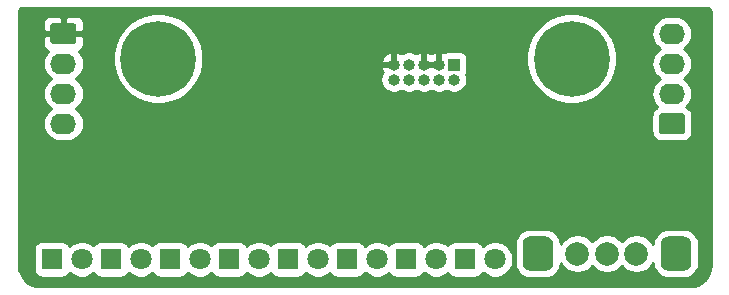
<source format=gbr>
G04 #@! TF.GenerationSoftware,KiCad,Pcbnew,(5.1.5)-3*
G04 #@! TF.CreationDate,2020-03-01T19:25:43+00:00*
G04 #@! TF.ProjectId,pwmfan,70776d66-616e-42e6-9b69-6361645f7063,rev?*
G04 #@! TF.SameCoordinates,Original*
G04 #@! TF.FileFunction,Copper,L2,Bot*
G04 #@! TF.FilePolarity,Positive*
%FSLAX46Y46*%
G04 Gerber Fmt 4.6, Leading zero omitted, Abs format (unit mm)*
G04 Created by KiCad (PCBNEW (5.1.5)-3) date 2020-03-01 19:25:43*
%MOMM*%
%LPD*%
G04 APERTURE LIST*
%ADD10C,2.000000*%
%ADD11C,0.100000*%
%ADD12C,1.800000*%
%ADD13R,1.800000X1.800000*%
%ADD14O,2.200000X1.740000*%
%ADD15C,6.400000*%
%ADD16R,1.000000X1.000000*%
%ADD17O,1.000000X1.000000*%
%ADD18C,0.800000*%
%ADD19C,0.600000*%
%ADD20C,0.254000*%
G04 APERTURE END LIST*
D10*
X100500000Y-71500000D03*
X98000000Y-71500000D03*
X103000000Y-71500000D03*
G04 #@! TA.AperFunction,ComponentPad*
D11*
G36*
X95363711Y-70053130D02*
G01*
X95426809Y-70062490D01*
X95488685Y-70077989D01*
X95548744Y-70099478D01*
X95606408Y-70126751D01*
X95661121Y-70159545D01*
X95712356Y-70197543D01*
X95759619Y-70240381D01*
X95802457Y-70287644D01*
X95840455Y-70338879D01*
X95873249Y-70393592D01*
X95900522Y-70451256D01*
X95922011Y-70511315D01*
X95937510Y-70573191D01*
X95946870Y-70636289D01*
X95950000Y-70700000D01*
X95950000Y-72300000D01*
X95946870Y-72363711D01*
X95937510Y-72426809D01*
X95922011Y-72488685D01*
X95900522Y-72548744D01*
X95873249Y-72606408D01*
X95840455Y-72661121D01*
X95802457Y-72712356D01*
X95759619Y-72759619D01*
X95712356Y-72802457D01*
X95661121Y-72840455D01*
X95606408Y-72873249D01*
X95548744Y-72900522D01*
X95488685Y-72922011D01*
X95426809Y-72937510D01*
X95363711Y-72946870D01*
X95300000Y-72950000D01*
X94000000Y-72950000D01*
X93936289Y-72946870D01*
X93873191Y-72937510D01*
X93811315Y-72922011D01*
X93751256Y-72900522D01*
X93693592Y-72873249D01*
X93638879Y-72840455D01*
X93587644Y-72802457D01*
X93540381Y-72759619D01*
X93497543Y-72712356D01*
X93459545Y-72661121D01*
X93426751Y-72606408D01*
X93399478Y-72548744D01*
X93377989Y-72488685D01*
X93362490Y-72426809D01*
X93353130Y-72363711D01*
X93350000Y-72300000D01*
X93350000Y-70700000D01*
X93353130Y-70636289D01*
X93362490Y-70573191D01*
X93377989Y-70511315D01*
X93399478Y-70451256D01*
X93426751Y-70393592D01*
X93459545Y-70338879D01*
X93497543Y-70287644D01*
X93540381Y-70240381D01*
X93587644Y-70197543D01*
X93638879Y-70159545D01*
X93693592Y-70126751D01*
X93751256Y-70099478D01*
X93811315Y-70077989D01*
X93873191Y-70062490D01*
X93936289Y-70053130D01*
X94000000Y-70050000D01*
X95300000Y-70050000D01*
X95363711Y-70053130D01*
G37*
G04 #@! TD.AperFunction*
G04 #@! TA.AperFunction,ComponentPad*
G36*
X107063711Y-70053130D02*
G01*
X107126809Y-70062490D01*
X107188685Y-70077989D01*
X107248744Y-70099478D01*
X107306408Y-70126751D01*
X107361121Y-70159545D01*
X107412356Y-70197543D01*
X107459619Y-70240381D01*
X107502457Y-70287644D01*
X107540455Y-70338879D01*
X107573249Y-70393592D01*
X107600522Y-70451256D01*
X107622011Y-70511315D01*
X107637510Y-70573191D01*
X107646870Y-70636289D01*
X107650000Y-70700000D01*
X107650000Y-72300000D01*
X107646870Y-72363711D01*
X107637510Y-72426809D01*
X107622011Y-72488685D01*
X107600522Y-72548744D01*
X107573249Y-72606408D01*
X107540455Y-72661121D01*
X107502457Y-72712356D01*
X107459619Y-72759619D01*
X107412356Y-72802457D01*
X107361121Y-72840455D01*
X107306408Y-72873249D01*
X107248744Y-72900522D01*
X107188685Y-72922011D01*
X107126809Y-72937510D01*
X107063711Y-72946870D01*
X107000000Y-72950000D01*
X105700000Y-72950000D01*
X105636289Y-72946870D01*
X105573191Y-72937510D01*
X105511315Y-72922011D01*
X105451256Y-72900522D01*
X105393592Y-72873249D01*
X105338879Y-72840455D01*
X105287644Y-72802457D01*
X105240381Y-72759619D01*
X105197543Y-72712356D01*
X105159545Y-72661121D01*
X105126751Y-72606408D01*
X105099478Y-72548744D01*
X105077989Y-72488685D01*
X105062490Y-72426809D01*
X105053130Y-72363711D01*
X105050000Y-72300000D01*
X105050000Y-70700000D01*
X105053130Y-70636289D01*
X105062490Y-70573191D01*
X105077989Y-70511315D01*
X105099478Y-70451256D01*
X105126751Y-70393592D01*
X105159545Y-70338879D01*
X105197543Y-70287644D01*
X105240381Y-70240381D01*
X105287644Y-70197543D01*
X105338879Y-70159545D01*
X105393592Y-70126751D01*
X105451256Y-70099478D01*
X105511315Y-70077989D01*
X105573191Y-70062490D01*
X105636289Y-70053130D01*
X105700000Y-70050000D01*
X107000000Y-70050000D01*
X107063711Y-70053130D01*
G37*
G04 #@! TD.AperFunction*
D12*
X76040000Y-72000000D03*
D13*
X73500000Y-72000000D03*
X83500000Y-72000000D03*
D12*
X86040000Y-72000000D03*
X81040000Y-72000000D03*
D13*
X78500000Y-72000000D03*
X88500000Y-72000000D03*
D12*
X91040000Y-72000000D03*
D14*
X54475000Y-60500000D03*
X54475000Y-57960000D03*
X54475000Y-55420000D03*
G04 #@! TA.AperFunction,ComponentPad*
D11*
G36*
X55349505Y-52011204D02*
G01*
X55373773Y-52014804D01*
X55397572Y-52020765D01*
X55420671Y-52029030D01*
X55442850Y-52039520D01*
X55463893Y-52052132D01*
X55483599Y-52066747D01*
X55501777Y-52083223D01*
X55518253Y-52101401D01*
X55532868Y-52121107D01*
X55545480Y-52142150D01*
X55555970Y-52164329D01*
X55564235Y-52187428D01*
X55570196Y-52211227D01*
X55573796Y-52235495D01*
X55575000Y-52259999D01*
X55575000Y-53500001D01*
X55573796Y-53524505D01*
X55570196Y-53548773D01*
X55564235Y-53572572D01*
X55555970Y-53595671D01*
X55545480Y-53617850D01*
X55532868Y-53638893D01*
X55518253Y-53658599D01*
X55501777Y-53676777D01*
X55483599Y-53693253D01*
X55463893Y-53707868D01*
X55442850Y-53720480D01*
X55420671Y-53730970D01*
X55397572Y-53739235D01*
X55373773Y-53745196D01*
X55349505Y-53748796D01*
X55325001Y-53750000D01*
X53624999Y-53750000D01*
X53600495Y-53748796D01*
X53576227Y-53745196D01*
X53552428Y-53739235D01*
X53529329Y-53730970D01*
X53507150Y-53720480D01*
X53486107Y-53707868D01*
X53466401Y-53693253D01*
X53448223Y-53676777D01*
X53431747Y-53658599D01*
X53417132Y-53638893D01*
X53404520Y-53617850D01*
X53394030Y-53595671D01*
X53385765Y-53572572D01*
X53379804Y-53548773D01*
X53376204Y-53524505D01*
X53375000Y-53500001D01*
X53375000Y-52259999D01*
X53376204Y-52235495D01*
X53379804Y-52211227D01*
X53385765Y-52187428D01*
X53394030Y-52164329D01*
X53404520Y-52142150D01*
X53417132Y-52121107D01*
X53431747Y-52101401D01*
X53448223Y-52083223D01*
X53466401Y-52066747D01*
X53486107Y-52052132D01*
X53507150Y-52039520D01*
X53529329Y-52029030D01*
X53552428Y-52020765D01*
X53576227Y-52014804D01*
X53600495Y-52011204D01*
X53624999Y-52010000D01*
X55325001Y-52010000D01*
X55349505Y-52011204D01*
G37*
G04 #@! TD.AperFunction*
G04 #@! TA.AperFunction,ComponentPad*
G36*
X106874505Y-59631204D02*
G01*
X106898773Y-59634804D01*
X106922572Y-59640765D01*
X106945671Y-59649030D01*
X106967850Y-59659520D01*
X106988893Y-59672132D01*
X107008599Y-59686747D01*
X107026777Y-59703223D01*
X107043253Y-59721401D01*
X107057868Y-59741107D01*
X107070480Y-59762150D01*
X107080970Y-59784329D01*
X107089235Y-59807428D01*
X107095196Y-59831227D01*
X107098796Y-59855495D01*
X107100000Y-59879999D01*
X107100000Y-61120001D01*
X107098796Y-61144505D01*
X107095196Y-61168773D01*
X107089235Y-61192572D01*
X107080970Y-61215671D01*
X107070480Y-61237850D01*
X107057868Y-61258893D01*
X107043253Y-61278599D01*
X107026777Y-61296777D01*
X107008599Y-61313253D01*
X106988893Y-61327868D01*
X106967850Y-61340480D01*
X106945671Y-61350970D01*
X106922572Y-61359235D01*
X106898773Y-61365196D01*
X106874505Y-61368796D01*
X106850001Y-61370000D01*
X105149999Y-61370000D01*
X105125495Y-61368796D01*
X105101227Y-61365196D01*
X105077428Y-61359235D01*
X105054329Y-61350970D01*
X105032150Y-61340480D01*
X105011107Y-61327868D01*
X104991401Y-61313253D01*
X104973223Y-61296777D01*
X104956747Y-61278599D01*
X104942132Y-61258893D01*
X104929520Y-61237850D01*
X104919030Y-61215671D01*
X104910765Y-61192572D01*
X104904804Y-61168773D01*
X104901204Y-61144505D01*
X104900000Y-61120001D01*
X104900000Y-59879999D01*
X104901204Y-59855495D01*
X104904804Y-59831227D01*
X104910765Y-59807428D01*
X104919030Y-59784329D01*
X104929520Y-59762150D01*
X104942132Y-59741107D01*
X104956747Y-59721401D01*
X104973223Y-59703223D01*
X104991401Y-59686747D01*
X105011107Y-59672132D01*
X105032150Y-59659520D01*
X105054329Y-59649030D01*
X105077428Y-59640765D01*
X105101227Y-59634804D01*
X105125495Y-59631204D01*
X105149999Y-59630000D01*
X106850001Y-59630000D01*
X106874505Y-59631204D01*
G37*
G04 #@! TD.AperFunction*
D14*
X106000000Y-57960000D03*
X106000000Y-55420000D03*
X106000000Y-52880000D03*
D15*
X97500000Y-55000000D03*
X62500000Y-55000000D03*
D12*
X56040000Y-72000000D03*
D13*
X53500000Y-72000000D03*
X58500000Y-72000000D03*
D12*
X61040000Y-72000000D03*
X66040000Y-72000000D03*
D13*
X63500000Y-72000000D03*
X68500000Y-72000000D03*
D12*
X71040000Y-72000000D03*
D16*
X87540000Y-55500000D03*
D17*
X87540000Y-56770000D03*
X86270000Y-55500000D03*
X86270000Y-56770000D03*
X85000000Y-55500000D03*
X85000000Y-56770000D03*
X83730000Y-55500000D03*
X83730000Y-56770000D03*
X82460000Y-55500000D03*
X82460000Y-56770000D03*
D18*
X58400000Y-68700000D03*
D19*
X92700000Y-63675000D03*
X92700000Y-60875000D03*
X77300000Y-59400000D03*
X77300000Y-62300000D03*
X93800000Y-66500000D03*
X95400000Y-65700000D03*
X95575000Y-62200000D03*
X69250000Y-69775000D03*
X72650000Y-65225000D03*
X86675000Y-64325000D03*
X104000000Y-67250000D03*
X84250000Y-59500000D03*
X61100000Y-62500000D03*
X62100000Y-68900000D03*
X72000000Y-55750000D03*
D20*
G36*
X109055665Y-50718863D02*
G01*
X109109214Y-50735030D01*
X109158597Y-50761288D01*
X109201945Y-50796641D01*
X109237600Y-50839740D01*
X109264201Y-50888937D01*
X109280742Y-50942375D01*
X109290001Y-51030464D01*
X109290000Y-72465280D01*
X109252571Y-72847016D01*
X109151789Y-73180818D01*
X108988093Y-73488687D01*
X108767716Y-73758897D01*
X108499052Y-73981154D01*
X108192337Y-74146995D01*
X107859246Y-74250104D01*
X107479659Y-74290000D01*
X52534720Y-74290000D01*
X52152984Y-74252571D01*
X51819182Y-74151789D01*
X51511313Y-73988093D01*
X51241103Y-73767716D01*
X51018846Y-73499052D01*
X50853005Y-73192337D01*
X50749896Y-72859246D01*
X50710000Y-72479659D01*
X50710000Y-71100000D01*
X51961928Y-71100000D01*
X51961928Y-72900000D01*
X51974188Y-73024482D01*
X52010498Y-73144180D01*
X52069463Y-73254494D01*
X52148815Y-73351185D01*
X52245506Y-73430537D01*
X52355820Y-73489502D01*
X52475518Y-73525812D01*
X52600000Y-73538072D01*
X54400000Y-73538072D01*
X54524482Y-73525812D01*
X54644180Y-73489502D01*
X54754494Y-73430537D01*
X54851185Y-73351185D01*
X54930537Y-73254494D01*
X54989502Y-73144180D01*
X54995056Y-73125873D01*
X55061495Y-73192312D01*
X55312905Y-73360299D01*
X55592257Y-73476011D01*
X55888816Y-73535000D01*
X56191184Y-73535000D01*
X56487743Y-73476011D01*
X56767095Y-73360299D01*
X57018505Y-73192312D01*
X57030053Y-73180764D01*
X57069463Y-73254494D01*
X57148815Y-73351185D01*
X57245506Y-73430537D01*
X57355820Y-73489502D01*
X57475518Y-73525812D01*
X57600000Y-73538072D01*
X59400000Y-73538072D01*
X59524482Y-73525812D01*
X59644180Y-73489502D01*
X59754494Y-73430537D01*
X59851185Y-73351185D01*
X59930537Y-73254494D01*
X59989502Y-73144180D01*
X59995056Y-73125873D01*
X60061495Y-73192312D01*
X60312905Y-73360299D01*
X60592257Y-73476011D01*
X60888816Y-73535000D01*
X61191184Y-73535000D01*
X61487743Y-73476011D01*
X61767095Y-73360299D01*
X62018505Y-73192312D01*
X62030053Y-73180764D01*
X62069463Y-73254494D01*
X62148815Y-73351185D01*
X62245506Y-73430537D01*
X62355820Y-73489502D01*
X62475518Y-73525812D01*
X62600000Y-73538072D01*
X64400000Y-73538072D01*
X64524482Y-73525812D01*
X64644180Y-73489502D01*
X64754494Y-73430537D01*
X64851185Y-73351185D01*
X64930537Y-73254494D01*
X64989502Y-73144180D01*
X64995056Y-73125873D01*
X65061495Y-73192312D01*
X65312905Y-73360299D01*
X65592257Y-73476011D01*
X65888816Y-73535000D01*
X66191184Y-73535000D01*
X66487743Y-73476011D01*
X66767095Y-73360299D01*
X67018505Y-73192312D01*
X67030053Y-73180764D01*
X67069463Y-73254494D01*
X67148815Y-73351185D01*
X67245506Y-73430537D01*
X67355820Y-73489502D01*
X67475518Y-73525812D01*
X67600000Y-73538072D01*
X69400000Y-73538072D01*
X69524482Y-73525812D01*
X69644180Y-73489502D01*
X69754494Y-73430537D01*
X69851185Y-73351185D01*
X69930537Y-73254494D01*
X69989502Y-73144180D01*
X69995056Y-73125873D01*
X70061495Y-73192312D01*
X70312905Y-73360299D01*
X70592257Y-73476011D01*
X70888816Y-73535000D01*
X71191184Y-73535000D01*
X71487743Y-73476011D01*
X71767095Y-73360299D01*
X72018505Y-73192312D01*
X72030053Y-73180764D01*
X72069463Y-73254494D01*
X72148815Y-73351185D01*
X72245506Y-73430537D01*
X72355820Y-73489502D01*
X72475518Y-73525812D01*
X72600000Y-73538072D01*
X74400000Y-73538072D01*
X74524482Y-73525812D01*
X74644180Y-73489502D01*
X74754494Y-73430537D01*
X74851185Y-73351185D01*
X74930537Y-73254494D01*
X74989502Y-73144180D01*
X74995056Y-73125873D01*
X75061495Y-73192312D01*
X75312905Y-73360299D01*
X75592257Y-73476011D01*
X75888816Y-73535000D01*
X76191184Y-73535000D01*
X76487743Y-73476011D01*
X76767095Y-73360299D01*
X77018505Y-73192312D01*
X77030053Y-73180764D01*
X77069463Y-73254494D01*
X77148815Y-73351185D01*
X77245506Y-73430537D01*
X77355820Y-73489502D01*
X77475518Y-73525812D01*
X77600000Y-73538072D01*
X79400000Y-73538072D01*
X79524482Y-73525812D01*
X79644180Y-73489502D01*
X79754494Y-73430537D01*
X79851185Y-73351185D01*
X79930537Y-73254494D01*
X79989502Y-73144180D01*
X79995056Y-73125873D01*
X80061495Y-73192312D01*
X80312905Y-73360299D01*
X80592257Y-73476011D01*
X80888816Y-73535000D01*
X81191184Y-73535000D01*
X81487743Y-73476011D01*
X81767095Y-73360299D01*
X82018505Y-73192312D01*
X82030053Y-73180764D01*
X82069463Y-73254494D01*
X82148815Y-73351185D01*
X82245506Y-73430537D01*
X82355820Y-73489502D01*
X82475518Y-73525812D01*
X82600000Y-73538072D01*
X84400000Y-73538072D01*
X84524482Y-73525812D01*
X84644180Y-73489502D01*
X84754494Y-73430537D01*
X84851185Y-73351185D01*
X84930537Y-73254494D01*
X84989502Y-73144180D01*
X84995056Y-73125873D01*
X85061495Y-73192312D01*
X85312905Y-73360299D01*
X85592257Y-73476011D01*
X85888816Y-73535000D01*
X86191184Y-73535000D01*
X86487743Y-73476011D01*
X86767095Y-73360299D01*
X87018505Y-73192312D01*
X87030053Y-73180764D01*
X87069463Y-73254494D01*
X87148815Y-73351185D01*
X87245506Y-73430537D01*
X87355820Y-73489502D01*
X87475518Y-73525812D01*
X87600000Y-73538072D01*
X89400000Y-73538072D01*
X89524482Y-73525812D01*
X89644180Y-73489502D01*
X89754494Y-73430537D01*
X89851185Y-73351185D01*
X89930537Y-73254494D01*
X89989502Y-73144180D01*
X89995056Y-73125873D01*
X90061495Y-73192312D01*
X90312905Y-73360299D01*
X90592257Y-73476011D01*
X90888816Y-73535000D01*
X91191184Y-73535000D01*
X91487743Y-73476011D01*
X91767095Y-73360299D01*
X92018505Y-73192312D01*
X92232312Y-72978505D01*
X92400299Y-72727095D01*
X92516011Y-72447743D01*
X92575000Y-72151184D01*
X92575000Y-71848816D01*
X92516011Y-71552257D01*
X92400299Y-71272905D01*
X92232312Y-71021495D01*
X92018505Y-70807688D01*
X91857339Y-70700000D01*
X92711928Y-70700000D01*
X92711928Y-72300000D01*
X92736678Y-72551290D01*
X92809977Y-72792924D01*
X92929007Y-73015614D01*
X93089196Y-73210804D01*
X93284386Y-73370993D01*
X93507076Y-73490023D01*
X93748710Y-73563322D01*
X94000000Y-73588072D01*
X95300000Y-73588072D01*
X95551290Y-73563322D01*
X95792924Y-73490023D01*
X96015614Y-73370993D01*
X96210804Y-73210804D01*
X96370993Y-73015614D01*
X96490023Y-72792924D01*
X96563322Y-72551290D01*
X96585512Y-72325991D01*
X96730013Y-72542252D01*
X96957748Y-72769987D01*
X97225537Y-72948918D01*
X97523088Y-73072168D01*
X97838967Y-73135000D01*
X98161033Y-73135000D01*
X98476912Y-73072168D01*
X98774463Y-72948918D01*
X99042252Y-72769987D01*
X99250000Y-72562239D01*
X99457748Y-72769987D01*
X99725537Y-72948918D01*
X100023088Y-73072168D01*
X100338967Y-73135000D01*
X100661033Y-73135000D01*
X100976912Y-73072168D01*
X101274463Y-72948918D01*
X101542252Y-72769987D01*
X101750000Y-72562239D01*
X101957748Y-72769987D01*
X102225537Y-72948918D01*
X102523088Y-73072168D01*
X102838967Y-73135000D01*
X103161033Y-73135000D01*
X103476912Y-73072168D01*
X103774463Y-72948918D01*
X104042252Y-72769987D01*
X104269987Y-72542252D01*
X104414488Y-72325991D01*
X104436678Y-72551290D01*
X104509977Y-72792924D01*
X104629007Y-73015614D01*
X104789196Y-73210804D01*
X104984386Y-73370993D01*
X105207076Y-73490023D01*
X105448710Y-73563322D01*
X105700000Y-73588072D01*
X107000000Y-73588072D01*
X107251290Y-73563322D01*
X107492924Y-73490023D01*
X107715614Y-73370993D01*
X107910804Y-73210804D01*
X108070993Y-73015614D01*
X108190023Y-72792924D01*
X108263322Y-72551290D01*
X108288072Y-72300000D01*
X108288072Y-70700000D01*
X108263322Y-70448710D01*
X108190023Y-70207076D01*
X108070993Y-69984386D01*
X107910804Y-69789196D01*
X107715614Y-69629007D01*
X107492924Y-69509977D01*
X107251290Y-69436678D01*
X107000000Y-69411928D01*
X105700000Y-69411928D01*
X105448710Y-69436678D01*
X105207076Y-69509977D01*
X104984386Y-69629007D01*
X104789196Y-69789196D01*
X104629007Y-69984386D01*
X104509977Y-70207076D01*
X104436678Y-70448710D01*
X104414488Y-70674009D01*
X104269987Y-70457748D01*
X104042252Y-70230013D01*
X103774463Y-70051082D01*
X103476912Y-69927832D01*
X103161033Y-69865000D01*
X102838967Y-69865000D01*
X102523088Y-69927832D01*
X102225537Y-70051082D01*
X101957748Y-70230013D01*
X101750000Y-70437761D01*
X101542252Y-70230013D01*
X101274463Y-70051082D01*
X100976912Y-69927832D01*
X100661033Y-69865000D01*
X100338967Y-69865000D01*
X100023088Y-69927832D01*
X99725537Y-70051082D01*
X99457748Y-70230013D01*
X99250000Y-70437761D01*
X99042252Y-70230013D01*
X98774463Y-70051082D01*
X98476912Y-69927832D01*
X98161033Y-69865000D01*
X97838967Y-69865000D01*
X97523088Y-69927832D01*
X97225537Y-70051082D01*
X96957748Y-70230013D01*
X96730013Y-70457748D01*
X96585512Y-70674009D01*
X96563322Y-70448710D01*
X96490023Y-70207076D01*
X96370993Y-69984386D01*
X96210804Y-69789196D01*
X96015614Y-69629007D01*
X95792924Y-69509977D01*
X95551290Y-69436678D01*
X95300000Y-69411928D01*
X94000000Y-69411928D01*
X93748710Y-69436678D01*
X93507076Y-69509977D01*
X93284386Y-69629007D01*
X93089196Y-69789196D01*
X92929007Y-69984386D01*
X92809977Y-70207076D01*
X92736678Y-70448710D01*
X92711928Y-70700000D01*
X91857339Y-70700000D01*
X91767095Y-70639701D01*
X91487743Y-70523989D01*
X91191184Y-70465000D01*
X90888816Y-70465000D01*
X90592257Y-70523989D01*
X90312905Y-70639701D01*
X90061495Y-70807688D01*
X89995056Y-70874127D01*
X89989502Y-70855820D01*
X89930537Y-70745506D01*
X89851185Y-70648815D01*
X89754494Y-70569463D01*
X89644180Y-70510498D01*
X89524482Y-70474188D01*
X89400000Y-70461928D01*
X87600000Y-70461928D01*
X87475518Y-70474188D01*
X87355820Y-70510498D01*
X87245506Y-70569463D01*
X87148815Y-70648815D01*
X87069463Y-70745506D01*
X87030053Y-70819236D01*
X87018505Y-70807688D01*
X86767095Y-70639701D01*
X86487743Y-70523989D01*
X86191184Y-70465000D01*
X85888816Y-70465000D01*
X85592257Y-70523989D01*
X85312905Y-70639701D01*
X85061495Y-70807688D01*
X84995056Y-70874127D01*
X84989502Y-70855820D01*
X84930537Y-70745506D01*
X84851185Y-70648815D01*
X84754494Y-70569463D01*
X84644180Y-70510498D01*
X84524482Y-70474188D01*
X84400000Y-70461928D01*
X82600000Y-70461928D01*
X82475518Y-70474188D01*
X82355820Y-70510498D01*
X82245506Y-70569463D01*
X82148815Y-70648815D01*
X82069463Y-70745506D01*
X82030053Y-70819236D01*
X82018505Y-70807688D01*
X81767095Y-70639701D01*
X81487743Y-70523989D01*
X81191184Y-70465000D01*
X80888816Y-70465000D01*
X80592257Y-70523989D01*
X80312905Y-70639701D01*
X80061495Y-70807688D01*
X79995056Y-70874127D01*
X79989502Y-70855820D01*
X79930537Y-70745506D01*
X79851185Y-70648815D01*
X79754494Y-70569463D01*
X79644180Y-70510498D01*
X79524482Y-70474188D01*
X79400000Y-70461928D01*
X77600000Y-70461928D01*
X77475518Y-70474188D01*
X77355820Y-70510498D01*
X77245506Y-70569463D01*
X77148815Y-70648815D01*
X77069463Y-70745506D01*
X77030053Y-70819236D01*
X77018505Y-70807688D01*
X76767095Y-70639701D01*
X76487743Y-70523989D01*
X76191184Y-70465000D01*
X75888816Y-70465000D01*
X75592257Y-70523989D01*
X75312905Y-70639701D01*
X75061495Y-70807688D01*
X74995056Y-70874127D01*
X74989502Y-70855820D01*
X74930537Y-70745506D01*
X74851185Y-70648815D01*
X74754494Y-70569463D01*
X74644180Y-70510498D01*
X74524482Y-70474188D01*
X74400000Y-70461928D01*
X72600000Y-70461928D01*
X72475518Y-70474188D01*
X72355820Y-70510498D01*
X72245506Y-70569463D01*
X72148815Y-70648815D01*
X72069463Y-70745506D01*
X72030053Y-70819236D01*
X72018505Y-70807688D01*
X71767095Y-70639701D01*
X71487743Y-70523989D01*
X71191184Y-70465000D01*
X70888816Y-70465000D01*
X70592257Y-70523989D01*
X70312905Y-70639701D01*
X70061495Y-70807688D01*
X69995056Y-70874127D01*
X69989502Y-70855820D01*
X69930537Y-70745506D01*
X69851185Y-70648815D01*
X69754494Y-70569463D01*
X69644180Y-70510498D01*
X69524482Y-70474188D01*
X69400000Y-70461928D01*
X67600000Y-70461928D01*
X67475518Y-70474188D01*
X67355820Y-70510498D01*
X67245506Y-70569463D01*
X67148815Y-70648815D01*
X67069463Y-70745506D01*
X67030053Y-70819236D01*
X67018505Y-70807688D01*
X66767095Y-70639701D01*
X66487743Y-70523989D01*
X66191184Y-70465000D01*
X65888816Y-70465000D01*
X65592257Y-70523989D01*
X65312905Y-70639701D01*
X65061495Y-70807688D01*
X64995056Y-70874127D01*
X64989502Y-70855820D01*
X64930537Y-70745506D01*
X64851185Y-70648815D01*
X64754494Y-70569463D01*
X64644180Y-70510498D01*
X64524482Y-70474188D01*
X64400000Y-70461928D01*
X62600000Y-70461928D01*
X62475518Y-70474188D01*
X62355820Y-70510498D01*
X62245506Y-70569463D01*
X62148815Y-70648815D01*
X62069463Y-70745506D01*
X62030053Y-70819236D01*
X62018505Y-70807688D01*
X61767095Y-70639701D01*
X61487743Y-70523989D01*
X61191184Y-70465000D01*
X60888816Y-70465000D01*
X60592257Y-70523989D01*
X60312905Y-70639701D01*
X60061495Y-70807688D01*
X59995056Y-70874127D01*
X59989502Y-70855820D01*
X59930537Y-70745506D01*
X59851185Y-70648815D01*
X59754494Y-70569463D01*
X59644180Y-70510498D01*
X59524482Y-70474188D01*
X59400000Y-70461928D01*
X57600000Y-70461928D01*
X57475518Y-70474188D01*
X57355820Y-70510498D01*
X57245506Y-70569463D01*
X57148815Y-70648815D01*
X57069463Y-70745506D01*
X57030053Y-70819236D01*
X57018505Y-70807688D01*
X56767095Y-70639701D01*
X56487743Y-70523989D01*
X56191184Y-70465000D01*
X55888816Y-70465000D01*
X55592257Y-70523989D01*
X55312905Y-70639701D01*
X55061495Y-70807688D01*
X54995056Y-70874127D01*
X54989502Y-70855820D01*
X54930537Y-70745506D01*
X54851185Y-70648815D01*
X54754494Y-70569463D01*
X54644180Y-70510498D01*
X54524482Y-70474188D01*
X54400000Y-70461928D01*
X52600000Y-70461928D01*
X52475518Y-70474188D01*
X52355820Y-70510498D01*
X52245506Y-70569463D01*
X52148815Y-70648815D01*
X52069463Y-70745506D01*
X52010498Y-70855820D01*
X51974188Y-70975518D01*
X51961928Y-71100000D01*
X50710000Y-71100000D01*
X50710000Y-55420000D01*
X52732718Y-55420000D01*
X52761776Y-55715032D01*
X52847834Y-55998725D01*
X52987583Y-56260179D01*
X53175655Y-56489345D01*
X53404821Y-56677417D01*
X53428362Y-56690000D01*
X53404821Y-56702583D01*
X53175655Y-56890655D01*
X52987583Y-57119821D01*
X52847834Y-57381275D01*
X52761776Y-57664968D01*
X52732718Y-57960000D01*
X52761776Y-58255032D01*
X52847834Y-58538725D01*
X52987583Y-58800179D01*
X53175655Y-59029345D01*
X53404821Y-59217417D01*
X53428362Y-59230000D01*
X53404821Y-59242583D01*
X53175655Y-59430655D01*
X52987583Y-59659821D01*
X52847834Y-59921275D01*
X52761776Y-60204968D01*
X52732718Y-60500000D01*
X52761776Y-60795032D01*
X52847834Y-61078725D01*
X52987583Y-61340179D01*
X53175655Y-61569345D01*
X53404821Y-61757417D01*
X53666275Y-61897166D01*
X53949968Y-61983224D01*
X54171064Y-62005000D01*
X54778936Y-62005000D01*
X55000032Y-61983224D01*
X55283725Y-61897166D01*
X55545179Y-61757417D01*
X55774345Y-61569345D01*
X55962417Y-61340179D01*
X56102166Y-61078725D01*
X56188224Y-60795032D01*
X56217282Y-60500000D01*
X56188224Y-60204968D01*
X56102166Y-59921275D01*
X55962417Y-59659821D01*
X55774345Y-59430655D01*
X55545179Y-59242583D01*
X55521638Y-59230000D01*
X55545179Y-59217417D01*
X55774345Y-59029345D01*
X55962417Y-58800179D01*
X56102166Y-58538725D01*
X56188224Y-58255032D01*
X56217282Y-57960000D01*
X56188224Y-57664968D01*
X56102166Y-57381275D01*
X55962417Y-57119821D01*
X55774345Y-56890655D01*
X55545179Y-56702583D01*
X55521638Y-56690000D01*
X55545179Y-56677417D01*
X55774345Y-56489345D01*
X55962417Y-56260179D01*
X56102166Y-55998725D01*
X56188224Y-55715032D01*
X56217282Y-55420000D01*
X56188224Y-55124968D01*
X56102166Y-54841275D01*
X55985115Y-54622285D01*
X58665000Y-54622285D01*
X58665000Y-55377715D01*
X58812377Y-56118628D01*
X59101467Y-56816554D01*
X59521161Y-57444670D01*
X60055330Y-57978839D01*
X60683446Y-58398533D01*
X61381372Y-58687623D01*
X62122285Y-58835000D01*
X62877715Y-58835000D01*
X63618628Y-58687623D01*
X64316554Y-58398533D01*
X64944670Y-57978839D01*
X65478839Y-57444670D01*
X65898533Y-56816554D01*
X65964120Y-56658212D01*
X81325000Y-56658212D01*
X81325000Y-56881788D01*
X81368617Y-57101067D01*
X81454176Y-57307624D01*
X81578388Y-57493520D01*
X81736480Y-57651612D01*
X81922376Y-57775824D01*
X82128933Y-57861383D01*
X82348212Y-57905000D01*
X82571788Y-57905000D01*
X82791067Y-57861383D01*
X82997624Y-57775824D01*
X83095000Y-57710759D01*
X83192376Y-57775824D01*
X83398933Y-57861383D01*
X83618212Y-57905000D01*
X83841788Y-57905000D01*
X84061067Y-57861383D01*
X84267624Y-57775824D01*
X84365000Y-57710759D01*
X84462376Y-57775824D01*
X84668933Y-57861383D01*
X84888212Y-57905000D01*
X85111788Y-57905000D01*
X85331067Y-57861383D01*
X85537624Y-57775824D01*
X85635000Y-57710759D01*
X85732376Y-57775824D01*
X85938933Y-57861383D01*
X86158212Y-57905000D01*
X86381788Y-57905000D01*
X86601067Y-57861383D01*
X86807624Y-57775824D01*
X86905000Y-57710759D01*
X87002376Y-57775824D01*
X87208933Y-57861383D01*
X87428212Y-57905000D01*
X87651788Y-57905000D01*
X87871067Y-57861383D01*
X88077624Y-57775824D01*
X88263520Y-57651612D01*
X88421612Y-57493520D01*
X88545824Y-57307624D01*
X88631383Y-57101067D01*
X88675000Y-56881788D01*
X88675000Y-56658212D01*
X88631383Y-56438933D01*
X88585112Y-56327226D01*
X88629502Y-56244180D01*
X88665812Y-56124482D01*
X88678072Y-56000000D01*
X88678072Y-55000000D01*
X88665812Y-54875518D01*
X88629502Y-54755820D01*
X88570537Y-54645506D01*
X88551481Y-54622285D01*
X93665000Y-54622285D01*
X93665000Y-55377715D01*
X93812377Y-56118628D01*
X94101467Y-56816554D01*
X94521161Y-57444670D01*
X95055330Y-57978839D01*
X95683446Y-58398533D01*
X96381372Y-58687623D01*
X97122285Y-58835000D01*
X97877715Y-58835000D01*
X98618628Y-58687623D01*
X99316554Y-58398533D01*
X99944670Y-57978839D01*
X100478839Y-57444670D01*
X100898533Y-56816554D01*
X101187623Y-56118628D01*
X101335000Y-55377715D01*
X101335000Y-54622285D01*
X101187623Y-53881372D01*
X100898533Y-53183446D01*
X100695777Y-52880000D01*
X104257718Y-52880000D01*
X104286776Y-53175032D01*
X104372834Y-53458725D01*
X104512583Y-53720179D01*
X104700655Y-53949345D01*
X104929821Y-54137417D01*
X104953362Y-54150000D01*
X104929821Y-54162583D01*
X104700655Y-54350655D01*
X104512583Y-54579821D01*
X104372834Y-54841275D01*
X104286776Y-55124968D01*
X104257718Y-55420000D01*
X104286776Y-55715032D01*
X104372834Y-55998725D01*
X104512583Y-56260179D01*
X104700655Y-56489345D01*
X104929821Y-56677417D01*
X104953362Y-56690000D01*
X104929821Y-56702583D01*
X104700655Y-56890655D01*
X104512583Y-57119821D01*
X104372834Y-57381275D01*
X104286776Y-57664968D01*
X104257718Y-57960000D01*
X104286776Y-58255032D01*
X104372834Y-58538725D01*
X104512583Y-58800179D01*
X104700655Y-59029345D01*
X104766114Y-59083066D01*
X104656613Y-59141595D01*
X104522038Y-59252038D01*
X104411595Y-59386613D01*
X104329528Y-59540149D01*
X104278992Y-59706745D01*
X104261928Y-59879999D01*
X104261928Y-61120001D01*
X104278992Y-61293255D01*
X104329528Y-61459851D01*
X104411595Y-61613387D01*
X104522038Y-61747962D01*
X104656613Y-61858405D01*
X104810149Y-61940472D01*
X104976745Y-61991008D01*
X105149999Y-62008072D01*
X106850001Y-62008072D01*
X107023255Y-61991008D01*
X107189851Y-61940472D01*
X107343387Y-61858405D01*
X107477962Y-61747962D01*
X107588405Y-61613387D01*
X107670472Y-61459851D01*
X107721008Y-61293255D01*
X107738072Y-61120001D01*
X107738072Y-59879999D01*
X107721008Y-59706745D01*
X107670472Y-59540149D01*
X107588405Y-59386613D01*
X107477962Y-59252038D01*
X107343387Y-59141595D01*
X107233886Y-59083066D01*
X107299345Y-59029345D01*
X107487417Y-58800179D01*
X107627166Y-58538725D01*
X107713224Y-58255032D01*
X107742282Y-57960000D01*
X107713224Y-57664968D01*
X107627166Y-57381275D01*
X107487417Y-57119821D01*
X107299345Y-56890655D01*
X107070179Y-56702583D01*
X107046638Y-56690000D01*
X107070179Y-56677417D01*
X107299345Y-56489345D01*
X107487417Y-56260179D01*
X107627166Y-55998725D01*
X107713224Y-55715032D01*
X107742282Y-55420000D01*
X107713224Y-55124968D01*
X107627166Y-54841275D01*
X107487417Y-54579821D01*
X107299345Y-54350655D01*
X107070179Y-54162583D01*
X107046638Y-54150000D01*
X107070179Y-54137417D01*
X107299345Y-53949345D01*
X107487417Y-53720179D01*
X107627166Y-53458725D01*
X107713224Y-53175032D01*
X107742282Y-52880000D01*
X107713224Y-52584968D01*
X107627166Y-52301275D01*
X107487417Y-52039821D01*
X107299345Y-51810655D01*
X107070179Y-51622583D01*
X106808725Y-51482834D01*
X106525032Y-51396776D01*
X106303936Y-51375000D01*
X105696064Y-51375000D01*
X105474968Y-51396776D01*
X105191275Y-51482834D01*
X104929821Y-51622583D01*
X104700655Y-51810655D01*
X104512583Y-52039821D01*
X104372834Y-52301275D01*
X104286776Y-52584968D01*
X104257718Y-52880000D01*
X100695777Y-52880000D01*
X100478839Y-52555330D01*
X99944670Y-52021161D01*
X99316554Y-51601467D01*
X98618628Y-51312377D01*
X97877715Y-51165000D01*
X97122285Y-51165000D01*
X96381372Y-51312377D01*
X95683446Y-51601467D01*
X95055330Y-52021161D01*
X94521161Y-52555330D01*
X94101467Y-53183446D01*
X93812377Y-53881372D01*
X93665000Y-54622285D01*
X88551481Y-54622285D01*
X88491185Y-54548815D01*
X88394494Y-54469463D01*
X88284180Y-54410498D01*
X88164482Y-54374188D01*
X88040000Y-54361928D01*
X87040000Y-54361928D01*
X86915518Y-54374188D01*
X86795820Y-54410498D01*
X86706820Y-54458070D01*
X86626864Y-54422554D01*
X86571874Y-54405881D01*
X86397000Y-54532046D01*
X86397000Y-55373000D01*
X86401928Y-55373000D01*
X86401928Y-55627000D01*
X86397000Y-55627000D01*
X86397000Y-55638026D01*
X86381788Y-55635000D01*
X86158212Y-55635000D01*
X86143000Y-55638026D01*
X86143000Y-55627000D01*
X85127000Y-55627000D01*
X85127000Y-55638026D01*
X85111788Y-55635000D01*
X84888212Y-55635000D01*
X84873000Y-55638026D01*
X84873000Y-55627000D01*
X84861974Y-55627000D01*
X84865000Y-55611788D01*
X84865000Y-55388212D01*
X84861974Y-55373000D01*
X84873000Y-55373000D01*
X84873000Y-54532046D01*
X85127000Y-54532046D01*
X85127000Y-55373000D01*
X86143000Y-55373000D01*
X86143000Y-54532046D01*
X85968126Y-54405881D01*
X85913136Y-54422554D01*
X85709794Y-54512877D01*
X85635000Y-54565639D01*
X85560206Y-54512877D01*
X85356864Y-54422554D01*
X85301874Y-54405881D01*
X85127000Y-54532046D01*
X84873000Y-54532046D01*
X84698126Y-54405881D01*
X84643136Y-54422554D01*
X84439794Y-54512877D01*
X84369658Y-54562353D01*
X84267624Y-54494176D01*
X84061067Y-54408617D01*
X83841788Y-54365000D01*
X83618212Y-54365000D01*
X83398933Y-54408617D01*
X83192376Y-54494176D01*
X83090342Y-54562353D01*
X83020206Y-54512877D01*
X82816864Y-54422554D01*
X82761874Y-54405881D01*
X82587000Y-54532046D01*
X82587000Y-55373000D01*
X82598026Y-55373000D01*
X82595000Y-55388212D01*
X82595000Y-55611788D01*
X82598026Y-55627000D01*
X82587000Y-55627000D01*
X82587000Y-55638026D01*
X82571788Y-55635000D01*
X82348212Y-55635000D01*
X82333000Y-55638026D01*
X82333000Y-55627000D01*
X81490871Y-55627000D01*
X81365874Y-55801876D01*
X81445790Y-56009529D01*
X81522256Y-56130488D01*
X81454176Y-56232376D01*
X81368617Y-56438933D01*
X81325000Y-56658212D01*
X65964120Y-56658212D01*
X66187623Y-56118628D01*
X66335000Y-55377715D01*
X66335000Y-55198124D01*
X81365874Y-55198124D01*
X81490871Y-55373000D01*
X82333000Y-55373000D01*
X82333000Y-54532046D01*
X82158126Y-54405881D01*
X82103136Y-54422554D01*
X81899794Y-54512877D01*
X81717980Y-54641135D01*
X81564682Y-54802399D01*
X81445790Y-54990471D01*
X81365874Y-55198124D01*
X66335000Y-55198124D01*
X66335000Y-54622285D01*
X66187623Y-53881372D01*
X65898533Y-53183446D01*
X65478839Y-52555330D01*
X64944670Y-52021161D01*
X64316554Y-51601467D01*
X63618628Y-51312377D01*
X62877715Y-51165000D01*
X62122285Y-51165000D01*
X61381372Y-51312377D01*
X60683446Y-51601467D01*
X60055330Y-52021161D01*
X59521161Y-52555330D01*
X59101467Y-53183446D01*
X58812377Y-53881372D01*
X58665000Y-54622285D01*
X55985115Y-54622285D01*
X55962417Y-54579821D01*
X55775953Y-54352615D01*
X55819180Y-54339502D01*
X55929494Y-54280537D01*
X56026185Y-54201185D01*
X56105537Y-54104494D01*
X56164502Y-53994180D01*
X56200812Y-53874482D01*
X56213072Y-53750000D01*
X56210000Y-53165750D01*
X56051250Y-53007000D01*
X54602000Y-53007000D01*
X54602000Y-53027000D01*
X54348000Y-53027000D01*
X54348000Y-53007000D01*
X52898750Y-53007000D01*
X52740000Y-53165750D01*
X52736928Y-53750000D01*
X52749188Y-53874482D01*
X52785498Y-53994180D01*
X52844463Y-54104494D01*
X52923815Y-54201185D01*
X53020506Y-54280537D01*
X53130820Y-54339502D01*
X53174047Y-54352615D01*
X52987583Y-54579821D01*
X52847834Y-54841275D01*
X52761776Y-55124968D01*
X52732718Y-55420000D01*
X50710000Y-55420000D01*
X50710000Y-52010000D01*
X52736928Y-52010000D01*
X52740000Y-52594250D01*
X52898750Y-52753000D01*
X54348000Y-52753000D01*
X54348000Y-51533750D01*
X54602000Y-51533750D01*
X54602000Y-52753000D01*
X56051250Y-52753000D01*
X56210000Y-52594250D01*
X56213072Y-52010000D01*
X56200812Y-51885518D01*
X56164502Y-51765820D01*
X56105537Y-51655506D01*
X56026185Y-51558815D01*
X55929494Y-51479463D01*
X55819180Y-51420498D01*
X55699482Y-51384188D01*
X55575000Y-51371928D01*
X54760750Y-51375000D01*
X54602000Y-51533750D01*
X54348000Y-51533750D01*
X54189250Y-51375000D01*
X53375000Y-51371928D01*
X53250518Y-51384188D01*
X53130820Y-51420498D01*
X53020506Y-51479463D01*
X52923815Y-51558815D01*
X52844463Y-51655506D01*
X52785498Y-51765820D01*
X52749188Y-51885518D01*
X52736928Y-52010000D01*
X50710000Y-52010000D01*
X50710000Y-51034722D01*
X50718863Y-50944335D01*
X50735030Y-50890786D01*
X50761288Y-50841403D01*
X50796641Y-50798055D01*
X50839740Y-50762400D01*
X50888937Y-50735799D01*
X50942375Y-50719258D01*
X51030455Y-50710000D01*
X108965278Y-50710000D01*
X109055665Y-50718863D01*
G37*
X109055665Y-50718863D02*
X109109214Y-50735030D01*
X109158597Y-50761288D01*
X109201945Y-50796641D01*
X109237600Y-50839740D01*
X109264201Y-50888937D01*
X109280742Y-50942375D01*
X109290001Y-51030464D01*
X109290000Y-72465280D01*
X109252571Y-72847016D01*
X109151789Y-73180818D01*
X108988093Y-73488687D01*
X108767716Y-73758897D01*
X108499052Y-73981154D01*
X108192337Y-74146995D01*
X107859246Y-74250104D01*
X107479659Y-74290000D01*
X52534720Y-74290000D01*
X52152984Y-74252571D01*
X51819182Y-74151789D01*
X51511313Y-73988093D01*
X51241103Y-73767716D01*
X51018846Y-73499052D01*
X50853005Y-73192337D01*
X50749896Y-72859246D01*
X50710000Y-72479659D01*
X50710000Y-71100000D01*
X51961928Y-71100000D01*
X51961928Y-72900000D01*
X51974188Y-73024482D01*
X52010498Y-73144180D01*
X52069463Y-73254494D01*
X52148815Y-73351185D01*
X52245506Y-73430537D01*
X52355820Y-73489502D01*
X52475518Y-73525812D01*
X52600000Y-73538072D01*
X54400000Y-73538072D01*
X54524482Y-73525812D01*
X54644180Y-73489502D01*
X54754494Y-73430537D01*
X54851185Y-73351185D01*
X54930537Y-73254494D01*
X54989502Y-73144180D01*
X54995056Y-73125873D01*
X55061495Y-73192312D01*
X55312905Y-73360299D01*
X55592257Y-73476011D01*
X55888816Y-73535000D01*
X56191184Y-73535000D01*
X56487743Y-73476011D01*
X56767095Y-73360299D01*
X57018505Y-73192312D01*
X57030053Y-73180764D01*
X57069463Y-73254494D01*
X57148815Y-73351185D01*
X57245506Y-73430537D01*
X57355820Y-73489502D01*
X57475518Y-73525812D01*
X57600000Y-73538072D01*
X59400000Y-73538072D01*
X59524482Y-73525812D01*
X59644180Y-73489502D01*
X59754494Y-73430537D01*
X59851185Y-73351185D01*
X59930537Y-73254494D01*
X59989502Y-73144180D01*
X59995056Y-73125873D01*
X60061495Y-73192312D01*
X60312905Y-73360299D01*
X60592257Y-73476011D01*
X60888816Y-73535000D01*
X61191184Y-73535000D01*
X61487743Y-73476011D01*
X61767095Y-73360299D01*
X62018505Y-73192312D01*
X62030053Y-73180764D01*
X62069463Y-73254494D01*
X62148815Y-73351185D01*
X62245506Y-73430537D01*
X62355820Y-73489502D01*
X62475518Y-73525812D01*
X62600000Y-73538072D01*
X64400000Y-73538072D01*
X64524482Y-73525812D01*
X64644180Y-73489502D01*
X64754494Y-73430537D01*
X64851185Y-73351185D01*
X64930537Y-73254494D01*
X64989502Y-73144180D01*
X64995056Y-73125873D01*
X65061495Y-73192312D01*
X65312905Y-73360299D01*
X65592257Y-73476011D01*
X65888816Y-73535000D01*
X66191184Y-73535000D01*
X66487743Y-73476011D01*
X66767095Y-73360299D01*
X67018505Y-73192312D01*
X67030053Y-73180764D01*
X67069463Y-73254494D01*
X67148815Y-73351185D01*
X67245506Y-73430537D01*
X67355820Y-73489502D01*
X67475518Y-73525812D01*
X67600000Y-73538072D01*
X69400000Y-73538072D01*
X69524482Y-73525812D01*
X69644180Y-73489502D01*
X69754494Y-73430537D01*
X69851185Y-73351185D01*
X69930537Y-73254494D01*
X69989502Y-73144180D01*
X69995056Y-73125873D01*
X70061495Y-73192312D01*
X70312905Y-73360299D01*
X70592257Y-73476011D01*
X70888816Y-73535000D01*
X71191184Y-73535000D01*
X71487743Y-73476011D01*
X71767095Y-73360299D01*
X72018505Y-73192312D01*
X72030053Y-73180764D01*
X72069463Y-73254494D01*
X72148815Y-73351185D01*
X72245506Y-73430537D01*
X72355820Y-73489502D01*
X72475518Y-73525812D01*
X72600000Y-73538072D01*
X74400000Y-73538072D01*
X74524482Y-73525812D01*
X74644180Y-73489502D01*
X74754494Y-73430537D01*
X74851185Y-73351185D01*
X74930537Y-73254494D01*
X74989502Y-73144180D01*
X74995056Y-73125873D01*
X75061495Y-73192312D01*
X75312905Y-73360299D01*
X75592257Y-73476011D01*
X75888816Y-73535000D01*
X76191184Y-73535000D01*
X76487743Y-73476011D01*
X76767095Y-73360299D01*
X77018505Y-73192312D01*
X77030053Y-73180764D01*
X77069463Y-73254494D01*
X77148815Y-73351185D01*
X77245506Y-73430537D01*
X77355820Y-73489502D01*
X77475518Y-73525812D01*
X77600000Y-73538072D01*
X79400000Y-73538072D01*
X79524482Y-73525812D01*
X79644180Y-73489502D01*
X79754494Y-73430537D01*
X79851185Y-73351185D01*
X79930537Y-73254494D01*
X79989502Y-73144180D01*
X79995056Y-73125873D01*
X80061495Y-73192312D01*
X80312905Y-73360299D01*
X80592257Y-73476011D01*
X80888816Y-73535000D01*
X81191184Y-73535000D01*
X81487743Y-73476011D01*
X81767095Y-73360299D01*
X82018505Y-73192312D01*
X82030053Y-73180764D01*
X82069463Y-73254494D01*
X82148815Y-73351185D01*
X82245506Y-73430537D01*
X82355820Y-73489502D01*
X82475518Y-73525812D01*
X82600000Y-73538072D01*
X84400000Y-73538072D01*
X84524482Y-73525812D01*
X84644180Y-73489502D01*
X84754494Y-73430537D01*
X84851185Y-73351185D01*
X84930537Y-73254494D01*
X84989502Y-73144180D01*
X84995056Y-73125873D01*
X85061495Y-73192312D01*
X85312905Y-73360299D01*
X85592257Y-73476011D01*
X85888816Y-73535000D01*
X86191184Y-73535000D01*
X86487743Y-73476011D01*
X86767095Y-73360299D01*
X87018505Y-73192312D01*
X87030053Y-73180764D01*
X87069463Y-73254494D01*
X87148815Y-73351185D01*
X87245506Y-73430537D01*
X87355820Y-73489502D01*
X87475518Y-73525812D01*
X87600000Y-73538072D01*
X89400000Y-73538072D01*
X89524482Y-73525812D01*
X89644180Y-73489502D01*
X89754494Y-73430537D01*
X89851185Y-73351185D01*
X89930537Y-73254494D01*
X89989502Y-73144180D01*
X89995056Y-73125873D01*
X90061495Y-73192312D01*
X90312905Y-73360299D01*
X90592257Y-73476011D01*
X90888816Y-73535000D01*
X91191184Y-73535000D01*
X91487743Y-73476011D01*
X91767095Y-73360299D01*
X92018505Y-73192312D01*
X92232312Y-72978505D01*
X92400299Y-72727095D01*
X92516011Y-72447743D01*
X92575000Y-72151184D01*
X92575000Y-71848816D01*
X92516011Y-71552257D01*
X92400299Y-71272905D01*
X92232312Y-71021495D01*
X92018505Y-70807688D01*
X91857339Y-70700000D01*
X92711928Y-70700000D01*
X92711928Y-72300000D01*
X92736678Y-72551290D01*
X92809977Y-72792924D01*
X92929007Y-73015614D01*
X93089196Y-73210804D01*
X93284386Y-73370993D01*
X93507076Y-73490023D01*
X93748710Y-73563322D01*
X94000000Y-73588072D01*
X95300000Y-73588072D01*
X95551290Y-73563322D01*
X95792924Y-73490023D01*
X96015614Y-73370993D01*
X96210804Y-73210804D01*
X96370993Y-73015614D01*
X96490023Y-72792924D01*
X96563322Y-72551290D01*
X96585512Y-72325991D01*
X96730013Y-72542252D01*
X96957748Y-72769987D01*
X97225537Y-72948918D01*
X97523088Y-73072168D01*
X97838967Y-73135000D01*
X98161033Y-73135000D01*
X98476912Y-73072168D01*
X98774463Y-72948918D01*
X99042252Y-72769987D01*
X99250000Y-72562239D01*
X99457748Y-72769987D01*
X99725537Y-72948918D01*
X100023088Y-73072168D01*
X100338967Y-73135000D01*
X100661033Y-73135000D01*
X100976912Y-73072168D01*
X101274463Y-72948918D01*
X101542252Y-72769987D01*
X101750000Y-72562239D01*
X101957748Y-72769987D01*
X102225537Y-72948918D01*
X102523088Y-73072168D01*
X102838967Y-73135000D01*
X103161033Y-73135000D01*
X103476912Y-73072168D01*
X103774463Y-72948918D01*
X104042252Y-72769987D01*
X104269987Y-72542252D01*
X104414488Y-72325991D01*
X104436678Y-72551290D01*
X104509977Y-72792924D01*
X104629007Y-73015614D01*
X104789196Y-73210804D01*
X104984386Y-73370993D01*
X105207076Y-73490023D01*
X105448710Y-73563322D01*
X105700000Y-73588072D01*
X107000000Y-73588072D01*
X107251290Y-73563322D01*
X107492924Y-73490023D01*
X107715614Y-73370993D01*
X107910804Y-73210804D01*
X108070993Y-73015614D01*
X108190023Y-72792924D01*
X108263322Y-72551290D01*
X108288072Y-72300000D01*
X108288072Y-70700000D01*
X108263322Y-70448710D01*
X108190023Y-70207076D01*
X108070993Y-69984386D01*
X107910804Y-69789196D01*
X107715614Y-69629007D01*
X107492924Y-69509977D01*
X107251290Y-69436678D01*
X107000000Y-69411928D01*
X105700000Y-69411928D01*
X105448710Y-69436678D01*
X105207076Y-69509977D01*
X104984386Y-69629007D01*
X104789196Y-69789196D01*
X104629007Y-69984386D01*
X104509977Y-70207076D01*
X104436678Y-70448710D01*
X104414488Y-70674009D01*
X104269987Y-70457748D01*
X104042252Y-70230013D01*
X103774463Y-70051082D01*
X103476912Y-69927832D01*
X103161033Y-69865000D01*
X102838967Y-69865000D01*
X102523088Y-69927832D01*
X102225537Y-70051082D01*
X101957748Y-70230013D01*
X101750000Y-70437761D01*
X101542252Y-70230013D01*
X101274463Y-70051082D01*
X100976912Y-69927832D01*
X100661033Y-69865000D01*
X100338967Y-69865000D01*
X100023088Y-69927832D01*
X99725537Y-70051082D01*
X99457748Y-70230013D01*
X99250000Y-70437761D01*
X99042252Y-70230013D01*
X98774463Y-70051082D01*
X98476912Y-69927832D01*
X98161033Y-69865000D01*
X97838967Y-69865000D01*
X97523088Y-69927832D01*
X97225537Y-70051082D01*
X96957748Y-70230013D01*
X96730013Y-70457748D01*
X96585512Y-70674009D01*
X96563322Y-70448710D01*
X96490023Y-70207076D01*
X96370993Y-69984386D01*
X96210804Y-69789196D01*
X96015614Y-69629007D01*
X95792924Y-69509977D01*
X95551290Y-69436678D01*
X95300000Y-69411928D01*
X94000000Y-69411928D01*
X93748710Y-69436678D01*
X93507076Y-69509977D01*
X93284386Y-69629007D01*
X93089196Y-69789196D01*
X92929007Y-69984386D01*
X92809977Y-70207076D01*
X92736678Y-70448710D01*
X92711928Y-70700000D01*
X91857339Y-70700000D01*
X91767095Y-70639701D01*
X91487743Y-70523989D01*
X91191184Y-70465000D01*
X90888816Y-70465000D01*
X90592257Y-70523989D01*
X90312905Y-70639701D01*
X90061495Y-70807688D01*
X89995056Y-70874127D01*
X89989502Y-70855820D01*
X89930537Y-70745506D01*
X89851185Y-70648815D01*
X89754494Y-70569463D01*
X89644180Y-70510498D01*
X89524482Y-70474188D01*
X89400000Y-70461928D01*
X87600000Y-70461928D01*
X87475518Y-70474188D01*
X87355820Y-70510498D01*
X87245506Y-70569463D01*
X87148815Y-70648815D01*
X87069463Y-70745506D01*
X87030053Y-70819236D01*
X87018505Y-70807688D01*
X86767095Y-70639701D01*
X86487743Y-70523989D01*
X86191184Y-70465000D01*
X85888816Y-70465000D01*
X85592257Y-70523989D01*
X85312905Y-70639701D01*
X85061495Y-70807688D01*
X84995056Y-70874127D01*
X84989502Y-70855820D01*
X84930537Y-70745506D01*
X84851185Y-70648815D01*
X84754494Y-70569463D01*
X84644180Y-70510498D01*
X84524482Y-70474188D01*
X84400000Y-70461928D01*
X82600000Y-70461928D01*
X82475518Y-70474188D01*
X82355820Y-70510498D01*
X82245506Y-70569463D01*
X82148815Y-70648815D01*
X82069463Y-70745506D01*
X82030053Y-70819236D01*
X82018505Y-70807688D01*
X81767095Y-70639701D01*
X81487743Y-70523989D01*
X81191184Y-70465000D01*
X80888816Y-70465000D01*
X80592257Y-70523989D01*
X80312905Y-70639701D01*
X80061495Y-70807688D01*
X79995056Y-70874127D01*
X79989502Y-70855820D01*
X79930537Y-70745506D01*
X79851185Y-70648815D01*
X79754494Y-70569463D01*
X79644180Y-70510498D01*
X79524482Y-70474188D01*
X79400000Y-70461928D01*
X77600000Y-70461928D01*
X77475518Y-70474188D01*
X77355820Y-70510498D01*
X77245506Y-70569463D01*
X77148815Y-70648815D01*
X77069463Y-70745506D01*
X77030053Y-70819236D01*
X77018505Y-70807688D01*
X76767095Y-70639701D01*
X76487743Y-70523989D01*
X76191184Y-70465000D01*
X75888816Y-70465000D01*
X75592257Y-70523989D01*
X75312905Y-70639701D01*
X75061495Y-70807688D01*
X74995056Y-70874127D01*
X74989502Y-70855820D01*
X74930537Y-70745506D01*
X74851185Y-70648815D01*
X74754494Y-70569463D01*
X74644180Y-70510498D01*
X74524482Y-70474188D01*
X74400000Y-70461928D01*
X72600000Y-70461928D01*
X72475518Y-70474188D01*
X72355820Y-70510498D01*
X72245506Y-70569463D01*
X72148815Y-70648815D01*
X72069463Y-70745506D01*
X72030053Y-70819236D01*
X72018505Y-70807688D01*
X71767095Y-70639701D01*
X71487743Y-70523989D01*
X71191184Y-70465000D01*
X70888816Y-70465000D01*
X70592257Y-70523989D01*
X70312905Y-70639701D01*
X70061495Y-70807688D01*
X69995056Y-70874127D01*
X69989502Y-70855820D01*
X69930537Y-70745506D01*
X69851185Y-70648815D01*
X69754494Y-70569463D01*
X69644180Y-70510498D01*
X69524482Y-70474188D01*
X69400000Y-70461928D01*
X67600000Y-70461928D01*
X67475518Y-70474188D01*
X67355820Y-70510498D01*
X67245506Y-70569463D01*
X67148815Y-70648815D01*
X67069463Y-70745506D01*
X67030053Y-70819236D01*
X67018505Y-70807688D01*
X66767095Y-70639701D01*
X66487743Y-70523989D01*
X66191184Y-70465000D01*
X65888816Y-70465000D01*
X65592257Y-70523989D01*
X65312905Y-70639701D01*
X65061495Y-70807688D01*
X64995056Y-70874127D01*
X64989502Y-70855820D01*
X64930537Y-70745506D01*
X64851185Y-70648815D01*
X64754494Y-70569463D01*
X64644180Y-70510498D01*
X64524482Y-70474188D01*
X64400000Y-70461928D01*
X62600000Y-70461928D01*
X62475518Y-70474188D01*
X62355820Y-70510498D01*
X62245506Y-70569463D01*
X62148815Y-70648815D01*
X62069463Y-70745506D01*
X62030053Y-70819236D01*
X62018505Y-70807688D01*
X61767095Y-70639701D01*
X61487743Y-70523989D01*
X61191184Y-70465000D01*
X60888816Y-70465000D01*
X60592257Y-70523989D01*
X60312905Y-70639701D01*
X60061495Y-70807688D01*
X59995056Y-70874127D01*
X59989502Y-70855820D01*
X59930537Y-70745506D01*
X59851185Y-70648815D01*
X59754494Y-70569463D01*
X59644180Y-70510498D01*
X59524482Y-70474188D01*
X59400000Y-70461928D01*
X57600000Y-70461928D01*
X57475518Y-70474188D01*
X57355820Y-70510498D01*
X57245506Y-70569463D01*
X57148815Y-70648815D01*
X57069463Y-70745506D01*
X57030053Y-70819236D01*
X57018505Y-70807688D01*
X56767095Y-70639701D01*
X56487743Y-70523989D01*
X56191184Y-70465000D01*
X55888816Y-70465000D01*
X55592257Y-70523989D01*
X55312905Y-70639701D01*
X55061495Y-70807688D01*
X54995056Y-70874127D01*
X54989502Y-70855820D01*
X54930537Y-70745506D01*
X54851185Y-70648815D01*
X54754494Y-70569463D01*
X54644180Y-70510498D01*
X54524482Y-70474188D01*
X54400000Y-70461928D01*
X52600000Y-70461928D01*
X52475518Y-70474188D01*
X52355820Y-70510498D01*
X52245506Y-70569463D01*
X52148815Y-70648815D01*
X52069463Y-70745506D01*
X52010498Y-70855820D01*
X51974188Y-70975518D01*
X51961928Y-71100000D01*
X50710000Y-71100000D01*
X50710000Y-55420000D01*
X52732718Y-55420000D01*
X52761776Y-55715032D01*
X52847834Y-55998725D01*
X52987583Y-56260179D01*
X53175655Y-56489345D01*
X53404821Y-56677417D01*
X53428362Y-56690000D01*
X53404821Y-56702583D01*
X53175655Y-56890655D01*
X52987583Y-57119821D01*
X52847834Y-57381275D01*
X52761776Y-57664968D01*
X52732718Y-57960000D01*
X52761776Y-58255032D01*
X52847834Y-58538725D01*
X52987583Y-58800179D01*
X53175655Y-59029345D01*
X53404821Y-59217417D01*
X53428362Y-59230000D01*
X53404821Y-59242583D01*
X53175655Y-59430655D01*
X52987583Y-59659821D01*
X52847834Y-59921275D01*
X52761776Y-60204968D01*
X52732718Y-60500000D01*
X52761776Y-60795032D01*
X52847834Y-61078725D01*
X52987583Y-61340179D01*
X53175655Y-61569345D01*
X53404821Y-61757417D01*
X53666275Y-61897166D01*
X53949968Y-61983224D01*
X54171064Y-62005000D01*
X54778936Y-62005000D01*
X55000032Y-61983224D01*
X55283725Y-61897166D01*
X55545179Y-61757417D01*
X55774345Y-61569345D01*
X55962417Y-61340179D01*
X56102166Y-61078725D01*
X56188224Y-60795032D01*
X56217282Y-60500000D01*
X56188224Y-60204968D01*
X56102166Y-59921275D01*
X55962417Y-59659821D01*
X55774345Y-59430655D01*
X55545179Y-59242583D01*
X55521638Y-59230000D01*
X55545179Y-59217417D01*
X55774345Y-59029345D01*
X55962417Y-58800179D01*
X56102166Y-58538725D01*
X56188224Y-58255032D01*
X56217282Y-57960000D01*
X56188224Y-57664968D01*
X56102166Y-57381275D01*
X55962417Y-57119821D01*
X55774345Y-56890655D01*
X55545179Y-56702583D01*
X55521638Y-56690000D01*
X55545179Y-56677417D01*
X55774345Y-56489345D01*
X55962417Y-56260179D01*
X56102166Y-55998725D01*
X56188224Y-55715032D01*
X56217282Y-55420000D01*
X56188224Y-55124968D01*
X56102166Y-54841275D01*
X55985115Y-54622285D01*
X58665000Y-54622285D01*
X58665000Y-55377715D01*
X58812377Y-56118628D01*
X59101467Y-56816554D01*
X59521161Y-57444670D01*
X60055330Y-57978839D01*
X60683446Y-58398533D01*
X61381372Y-58687623D01*
X62122285Y-58835000D01*
X62877715Y-58835000D01*
X63618628Y-58687623D01*
X64316554Y-58398533D01*
X64944670Y-57978839D01*
X65478839Y-57444670D01*
X65898533Y-56816554D01*
X65964120Y-56658212D01*
X81325000Y-56658212D01*
X81325000Y-56881788D01*
X81368617Y-57101067D01*
X81454176Y-57307624D01*
X81578388Y-57493520D01*
X81736480Y-57651612D01*
X81922376Y-57775824D01*
X82128933Y-57861383D01*
X82348212Y-57905000D01*
X82571788Y-57905000D01*
X82791067Y-57861383D01*
X82997624Y-57775824D01*
X83095000Y-57710759D01*
X83192376Y-57775824D01*
X83398933Y-57861383D01*
X83618212Y-57905000D01*
X83841788Y-57905000D01*
X84061067Y-57861383D01*
X84267624Y-57775824D01*
X84365000Y-57710759D01*
X84462376Y-57775824D01*
X84668933Y-57861383D01*
X84888212Y-57905000D01*
X85111788Y-57905000D01*
X85331067Y-57861383D01*
X85537624Y-57775824D01*
X85635000Y-57710759D01*
X85732376Y-57775824D01*
X85938933Y-57861383D01*
X86158212Y-57905000D01*
X86381788Y-57905000D01*
X86601067Y-57861383D01*
X86807624Y-57775824D01*
X86905000Y-57710759D01*
X87002376Y-57775824D01*
X87208933Y-57861383D01*
X87428212Y-57905000D01*
X87651788Y-57905000D01*
X87871067Y-57861383D01*
X88077624Y-57775824D01*
X88263520Y-57651612D01*
X88421612Y-57493520D01*
X88545824Y-57307624D01*
X88631383Y-57101067D01*
X88675000Y-56881788D01*
X88675000Y-56658212D01*
X88631383Y-56438933D01*
X88585112Y-56327226D01*
X88629502Y-56244180D01*
X88665812Y-56124482D01*
X88678072Y-56000000D01*
X88678072Y-55000000D01*
X88665812Y-54875518D01*
X88629502Y-54755820D01*
X88570537Y-54645506D01*
X88551481Y-54622285D01*
X93665000Y-54622285D01*
X93665000Y-55377715D01*
X93812377Y-56118628D01*
X94101467Y-56816554D01*
X94521161Y-57444670D01*
X95055330Y-57978839D01*
X95683446Y-58398533D01*
X96381372Y-58687623D01*
X97122285Y-58835000D01*
X97877715Y-58835000D01*
X98618628Y-58687623D01*
X99316554Y-58398533D01*
X99944670Y-57978839D01*
X100478839Y-57444670D01*
X100898533Y-56816554D01*
X101187623Y-56118628D01*
X101335000Y-55377715D01*
X101335000Y-54622285D01*
X101187623Y-53881372D01*
X100898533Y-53183446D01*
X100695777Y-52880000D01*
X104257718Y-52880000D01*
X104286776Y-53175032D01*
X104372834Y-53458725D01*
X104512583Y-53720179D01*
X104700655Y-53949345D01*
X104929821Y-54137417D01*
X104953362Y-54150000D01*
X104929821Y-54162583D01*
X104700655Y-54350655D01*
X104512583Y-54579821D01*
X104372834Y-54841275D01*
X104286776Y-55124968D01*
X104257718Y-55420000D01*
X104286776Y-55715032D01*
X104372834Y-55998725D01*
X104512583Y-56260179D01*
X104700655Y-56489345D01*
X104929821Y-56677417D01*
X104953362Y-56690000D01*
X104929821Y-56702583D01*
X104700655Y-56890655D01*
X104512583Y-57119821D01*
X104372834Y-57381275D01*
X104286776Y-57664968D01*
X104257718Y-57960000D01*
X104286776Y-58255032D01*
X104372834Y-58538725D01*
X104512583Y-58800179D01*
X104700655Y-59029345D01*
X104766114Y-59083066D01*
X104656613Y-59141595D01*
X104522038Y-59252038D01*
X104411595Y-59386613D01*
X104329528Y-59540149D01*
X104278992Y-59706745D01*
X104261928Y-59879999D01*
X104261928Y-61120001D01*
X104278992Y-61293255D01*
X104329528Y-61459851D01*
X104411595Y-61613387D01*
X104522038Y-61747962D01*
X104656613Y-61858405D01*
X104810149Y-61940472D01*
X104976745Y-61991008D01*
X105149999Y-62008072D01*
X106850001Y-62008072D01*
X107023255Y-61991008D01*
X107189851Y-61940472D01*
X107343387Y-61858405D01*
X107477962Y-61747962D01*
X107588405Y-61613387D01*
X107670472Y-61459851D01*
X107721008Y-61293255D01*
X107738072Y-61120001D01*
X107738072Y-59879999D01*
X107721008Y-59706745D01*
X107670472Y-59540149D01*
X107588405Y-59386613D01*
X107477962Y-59252038D01*
X107343387Y-59141595D01*
X107233886Y-59083066D01*
X107299345Y-59029345D01*
X107487417Y-58800179D01*
X107627166Y-58538725D01*
X107713224Y-58255032D01*
X107742282Y-57960000D01*
X107713224Y-57664968D01*
X107627166Y-57381275D01*
X107487417Y-57119821D01*
X107299345Y-56890655D01*
X107070179Y-56702583D01*
X107046638Y-56690000D01*
X107070179Y-56677417D01*
X107299345Y-56489345D01*
X107487417Y-56260179D01*
X107627166Y-55998725D01*
X107713224Y-55715032D01*
X107742282Y-55420000D01*
X107713224Y-55124968D01*
X107627166Y-54841275D01*
X107487417Y-54579821D01*
X107299345Y-54350655D01*
X107070179Y-54162583D01*
X107046638Y-54150000D01*
X107070179Y-54137417D01*
X107299345Y-53949345D01*
X107487417Y-53720179D01*
X107627166Y-53458725D01*
X107713224Y-53175032D01*
X107742282Y-52880000D01*
X107713224Y-52584968D01*
X107627166Y-52301275D01*
X107487417Y-52039821D01*
X107299345Y-51810655D01*
X107070179Y-51622583D01*
X106808725Y-51482834D01*
X106525032Y-51396776D01*
X106303936Y-51375000D01*
X105696064Y-51375000D01*
X105474968Y-51396776D01*
X105191275Y-51482834D01*
X104929821Y-51622583D01*
X104700655Y-51810655D01*
X104512583Y-52039821D01*
X104372834Y-52301275D01*
X104286776Y-52584968D01*
X104257718Y-52880000D01*
X100695777Y-52880000D01*
X100478839Y-52555330D01*
X99944670Y-52021161D01*
X99316554Y-51601467D01*
X98618628Y-51312377D01*
X97877715Y-51165000D01*
X97122285Y-51165000D01*
X96381372Y-51312377D01*
X95683446Y-51601467D01*
X95055330Y-52021161D01*
X94521161Y-52555330D01*
X94101467Y-53183446D01*
X93812377Y-53881372D01*
X93665000Y-54622285D01*
X88551481Y-54622285D01*
X88491185Y-54548815D01*
X88394494Y-54469463D01*
X88284180Y-54410498D01*
X88164482Y-54374188D01*
X88040000Y-54361928D01*
X87040000Y-54361928D01*
X86915518Y-54374188D01*
X86795820Y-54410498D01*
X86706820Y-54458070D01*
X86626864Y-54422554D01*
X86571874Y-54405881D01*
X86397000Y-54532046D01*
X86397000Y-55373000D01*
X86401928Y-55373000D01*
X86401928Y-55627000D01*
X86397000Y-55627000D01*
X86397000Y-55638026D01*
X86381788Y-55635000D01*
X86158212Y-55635000D01*
X86143000Y-55638026D01*
X86143000Y-55627000D01*
X85127000Y-55627000D01*
X85127000Y-55638026D01*
X85111788Y-55635000D01*
X84888212Y-55635000D01*
X84873000Y-55638026D01*
X84873000Y-55627000D01*
X84861974Y-55627000D01*
X84865000Y-55611788D01*
X84865000Y-55388212D01*
X84861974Y-55373000D01*
X84873000Y-55373000D01*
X84873000Y-54532046D01*
X85127000Y-54532046D01*
X85127000Y-55373000D01*
X86143000Y-55373000D01*
X86143000Y-54532046D01*
X85968126Y-54405881D01*
X85913136Y-54422554D01*
X85709794Y-54512877D01*
X85635000Y-54565639D01*
X85560206Y-54512877D01*
X85356864Y-54422554D01*
X85301874Y-54405881D01*
X85127000Y-54532046D01*
X84873000Y-54532046D01*
X84698126Y-54405881D01*
X84643136Y-54422554D01*
X84439794Y-54512877D01*
X84369658Y-54562353D01*
X84267624Y-54494176D01*
X84061067Y-54408617D01*
X83841788Y-54365000D01*
X83618212Y-54365000D01*
X83398933Y-54408617D01*
X83192376Y-54494176D01*
X83090342Y-54562353D01*
X83020206Y-54512877D01*
X82816864Y-54422554D01*
X82761874Y-54405881D01*
X82587000Y-54532046D01*
X82587000Y-55373000D01*
X82598026Y-55373000D01*
X82595000Y-55388212D01*
X82595000Y-55611788D01*
X82598026Y-55627000D01*
X82587000Y-55627000D01*
X82587000Y-55638026D01*
X82571788Y-55635000D01*
X82348212Y-55635000D01*
X82333000Y-55638026D01*
X82333000Y-55627000D01*
X81490871Y-55627000D01*
X81365874Y-55801876D01*
X81445790Y-56009529D01*
X81522256Y-56130488D01*
X81454176Y-56232376D01*
X81368617Y-56438933D01*
X81325000Y-56658212D01*
X65964120Y-56658212D01*
X66187623Y-56118628D01*
X66335000Y-55377715D01*
X66335000Y-55198124D01*
X81365874Y-55198124D01*
X81490871Y-55373000D01*
X82333000Y-55373000D01*
X82333000Y-54532046D01*
X82158126Y-54405881D01*
X82103136Y-54422554D01*
X81899794Y-54512877D01*
X81717980Y-54641135D01*
X81564682Y-54802399D01*
X81445790Y-54990471D01*
X81365874Y-55198124D01*
X66335000Y-55198124D01*
X66335000Y-54622285D01*
X66187623Y-53881372D01*
X65898533Y-53183446D01*
X65478839Y-52555330D01*
X64944670Y-52021161D01*
X64316554Y-51601467D01*
X63618628Y-51312377D01*
X62877715Y-51165000D01*
X62122285Y-51165000D01*
X61381372Y-51312377D01*
X60683446Y-51601467D01*
X60055330Y-52021161D01*
X59521161Y-52555330D01*
X59101467Y-53183446D01*
X58812377Y-53881372D01*
X58665000Y-54622285D01*
X55985115Y-54622285D01*
X55962417Y-54579821D01*
X55775953Y-54352615D01*
X55819180Y-54339502D01*
X55929494Y-54280537D01*
X56026185Y-54201185D01*
X56105537Y-54104494D01*
X56164502Y-53994180D01*
X56200812Y-53874482D01*
X56213072Y-53750000D01*
X56210000Y-53165750D01*
X56051250Y-53007000D01*
X54602000Y-53007000D01*
X54602000Y-53027000D01*
X54348000Y-53027000D01*
X54348000Y-53007000D01*
X52898750Y-53007000D01*
X52740000Y-53165750D01*
X52736928Y-53750000D01*
X52749188Y-53874482D01*
X52785498Y-53994180D01*
X52844463Y-54104494D01*
X52923815Y-54201185D01*
X53020506Y-54280537D01*
X53130820Y-54339502D01*
X53174047Y-54352615D01*
X52987583Y-54579821D01*
X52847834Y-54841275D01*
X52761776Y-55124968D01*
X52732718Y-55420000D01*
X50710000Y-55420000D01*
X50710000Y-52010000D01*
X52736928Y-52010000D01*
X52740000Y-52594250D01*
X52898750Y-52753000D01*
X54348000Y-52753000D01*
X54348000Y-51533750D01*
X54602000Y-51533750D01*
X54602000Y-52753000D01*
X56051250Y-52753000D01*
X56210000Y-52594250D01*
X56213072Y-52010000D01*
X56200812Y-51885518D01*
X56164502Y-51765820D01*
X56105537Y-51655506D01*
X56026185Y-51558815D01*
X55929494Y-51479463D01*
X55819180Y-51420498D01*
X55699482Y-51384188D01*
X55575000Y-51371928D01*
X54760750Y-51375000D01*
X54602000Y-51533750D01*
X54348000Y-51533750D01*
X54189250Y-51375000D01*
X53375000Y-51371928D01*
X53250518Y-51384188D01*
X53130820Y-51420498D01*
X53020506Y-51479463D01*
X52923815Y-51558815D01*
X52844463Y-51655506D01*
X52785498Y-51765820D01*
X52749188Y-51885518D01*
X52736928Y-52010000D01*
X50710000Y-52010000D01*
X50710000Y-51034722D01*
X50718863Y-50944335D01*
X50735030Y-50890786D01*
X50761288Y-50841403D01*
X50796641Y-50798055D01*
X50839740Y-50762400D01*
X50888937Y-50735799D01*
X50942375Y-50719258D01*
X51030455Y-50710000D01*
X108965278Y-50710000D01*
X109055665Y-50718863D01*
M02*

</source>
